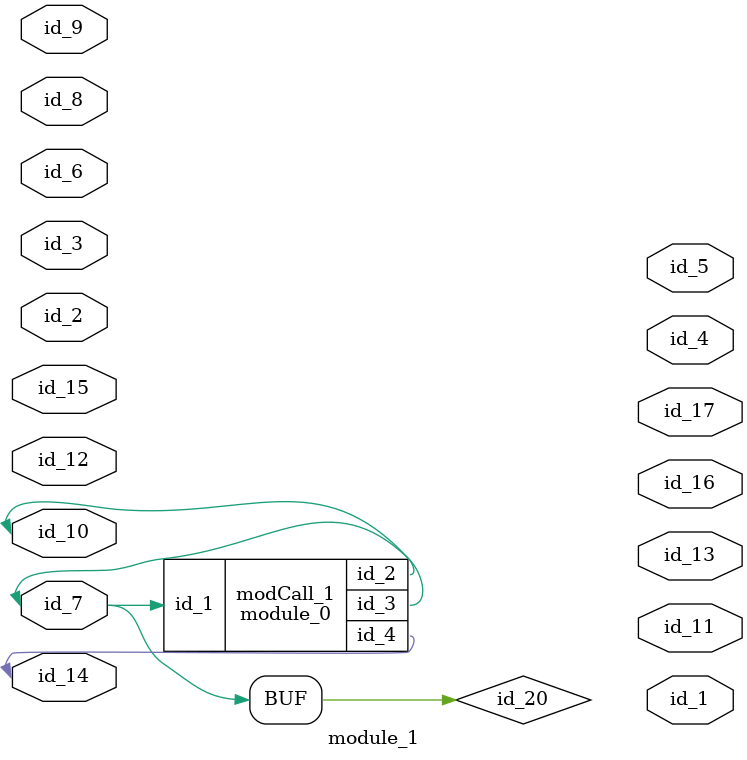
<source format=v>
module module_0 (
    id_1,
    id_2,
    id_3,
    id_4
);
  inout wire id_4;
  output wire id_3;
  inout wire id_2;
  input wire id_1;
  always @(posedge 1'b0);
  assign id_3 = id_1 | "";
  wire id_5;
endmodule
module module_1 (
    id_1,
    id_2,
    id_3,
    id_4,
    id_5,
    id_6,
    id_7,
    id_8,
    id_9,
    id_10,
    id_11,
    id_12,
    id_13,
    id_14,
    id_15,
    id_16,
    id_17
);
  output wire id_17;
  output wire id_16;
  input wire id_15;
  inout wire id_14;
  output wire id_13;
  inout wire id_12;
  output wire id_11;
  inout wire id_10;
  input wire id_9;
  input wire id_8;
  input wire id_7;
  inout wire id_6;
  output wire id_5;
  output wire id_4;
  inout wire id_3;
  inout wire id_2;
  output wire id_1;
  wire id_18;
  wire id_19;
  wire id_20 = id_7;
  module_0 modCall_1 (
      id_20,
      id_10,
      id_20,
      id_14
  );
endmodule

</source>
